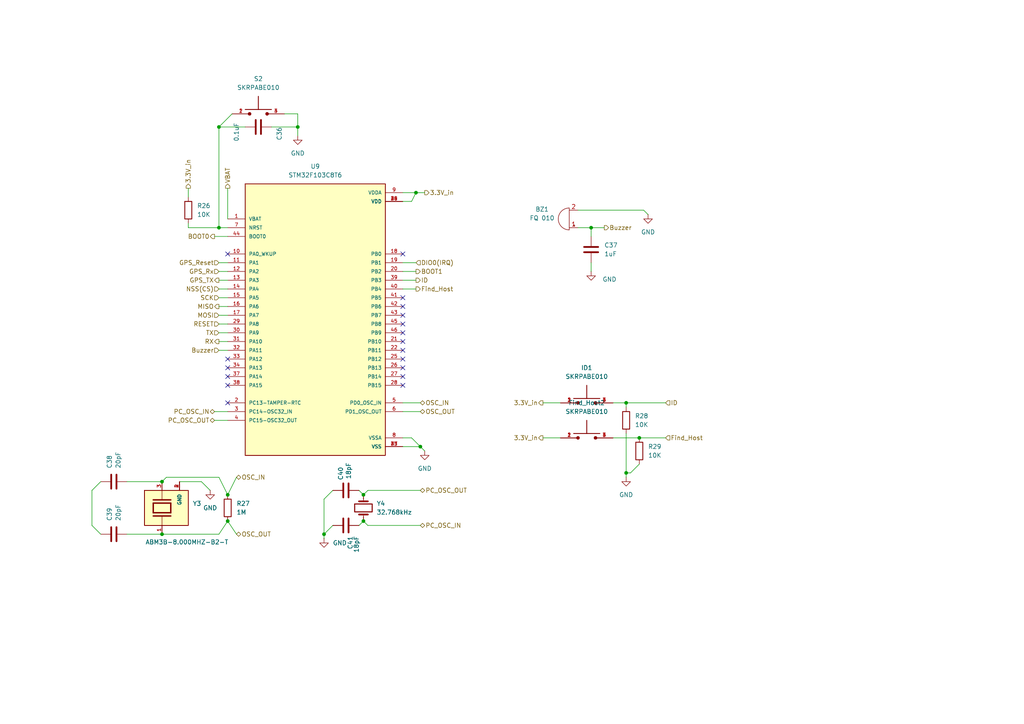
<source format=kicad_sch>
(kicad_sch (version 20250114) (generator "eeschema") (generator_version "9.0")
  (paper "A4")
  (lib_symbols
    (symbol "ABM3B-8.000MHZ-B2-T:ABM3B-8.000MHZ-B2-T" (pin_names (offset 1.016))
      (property "Reference" "Y" (at -5.0878 6.3559 0))
      (property "Value" "ABM3B-8.000MHZ-B2-T" (at -5.0944 -10.16 0))
      (symbol "ABM3B-8.000MHZ-B2-T_0_0"
        (polyline (pts (xy -5.08 0) (xy -2.54 0)) (stroke (width 0.1524)))
        (rectangle (start -5.08 -7.62) (end 5.08 5.08) (stroke (width 0.254)) (fill (type background)))
        (polyline (pts (xy -2.3368 2.54) (xy -2.3368 -2.54)) (stroke (width 0.4064)))
        (polyline (pts (xy -1.397 2.54) (xy -1.397 -2.54)) (stroke (width 0.4064)))
        (polyline (pts (xy -1.397 2.54) (xy 1.397 2.54)) (stroke (width 0.4064)))
        (polyline (pts (xy 1.397 2.54) (xy 1.397 -2.54)) (stroke (width 0.4064)))
        (polyline (pts (xy 1.397 -2.54) (xy -1.397 -2.54)) (stroke (width 0.4064)))
        (polyline (pts (xy 2.3368 2.54) (xy 2.3368 -2.54)) (stroke (width 0.4064)))
        (polyline (pts (xy 2.54 0) (xy 5.08 0)) (stroke (width 0.1524)))
        (pin passive line (at -7.62 0 0) (length 2.54) (name "~") (number "1"))
        (pin passive line (at 7.62 0 180) (length 2.54) (name "~") (number "3"))
        (pin power_in line (at 7.62 -5.08 180) (length 2.54) (name "GND") (number "2"))
        (pin power_in line (at 7.62 -5.08 180) (length 2.54) (name "GND") (number "4"))
      )
    )
    (symbol "Device:Buzzer" (pin_names (offset 0.0254) (hide yes))
      (property "Reference" "BZ" (at 3.81 1.27 0))
      (property "Value" "Buzzer" (at 3.81 -1.27 0))
      (symbol "Buzzer_0_1"
        (polyline (pts (xy -1.651 1.905) (xy -1.143 1.905)))
        (polyline (pts (xy -1.397 2.159) (xy -1.397 1.651)))
        (arc (start 0 3.175) (mid 3.1612 0) (end 0 -3.175))
        (polyline (pts (xy 0 3.175) (xy 0 -3.175)))
      )
      (symbol "Buzzer_1_1"
        (pin passive line (at -2.54 2.54 0) (length 2.54) (name "+") (number "1"))
        (pin passive line (at -2.54 -2.54 0) (length 2.54) (name "-") (number "2"))
      )
    )
    (symbol "Device:C" (pin_numbers (hide yes)) (pin_names (offset 0.254))
      (property "Reference" "C" (at 0.635 2.54 0))
      (property "Value" "C" (at 0.635 -2.54 0))
      (symbol "C_0_1"
        (polyline (pts (xy -2.032 0.762) (xy 2.032 0.762)) (stroke (width 0.508)))
        (polyline (pts (xy -2.032 -0.762) (xy 2.032 -0.762)) (stroke (width 0.508)))
      )
      (symbol "C_1_1"
        (pin passive line (at 0 3.81 270) (length 2.794) (name "~") (number "1"))
        (pin passive line (at 0 -3.81 90) (length 2.794) (name "~") (number "2"))
      )
    )
    (symbol "Device:Crystal" (pin_numbers (hide yes)) (pin_names (offset 1.016) (hide yes))
      (property "Reference" "Y" (at 0 3.81 0))
      (property "Value" "Crystal" (at 0 -3.81 0))
      (symbol "Crystal_0_1"
        (polyline (pts (xy -2.54 0) (xy -1.905 0)))
        (polyline (pts (xy -1.905 -1.27) (xy -1.905 1.27)) (stroke (width 0.508)))
        (rectangle (start -1.143 2.54) (end 1.143 -2.54) (stroke (width 0.3048)))
        (polyline (pts (xy 1.905 -1.27) (xy 1.905 1.27)) (stroke (width 0.508)))
        (polyline (pts (xy 2.54 0) (xy 1.905 0)))
      )
      (symbol "Crystal_1_1"
        (pin passive line (at -3.81 0 0) (length 1.27) (name "1") (number "1"))
        (pin passive line (at 3.81 0 180) (length 1.27) (name "2") (number "2"))
      )
    )
    (symbol "Device:R" (pin_numbers (hide yes)) (pin_names (offset 0))
      (property "Reference" "R" (at 2.032 0 90))
      (property "Value" "R" (at 0 0 90))
      (symbol "R_0_1"
        (rectangle (start -1.016 -2.54) (end 1.016 2.54) (stroke (width 0.254)))
      )
      (symbol "R_1_1"
        (pin passive line (at 0 3.81 270) (length 1.27) (name "~") (number "1"))
        (pin passive line (at 0 -3.81 90) (length 1.27) (name "~") (number "2"))
      )
    )
    (symbol "SKRPABE010:SKRPABE010" (pin_names (offset 1.016))
      (property "Reference" "S" (at -5.08 6.35 0))
      (property "Value" "SKRPABE010" (at -5.08 -5.08 0))
      (symbol "SKRPABE010_0_0"
        (polyline (pts (xy -3.81 1.27) (xy 0 1.27)) (stroke (width 0.254)))
        (circle (center -2.54 0) (radius 0.254) (stroke (width 0.508)))
        (polyline (pts (xy 0 1.27) (xy 0 5.08)) (stroke (width 0.254)))
        (polyline (pts (xy 0 1.27) (xy 3.81 1.27)) (stroke (width 0.254)))
        (circle (center 2.54 0) (radius 0.254) (stroke (width 0.508)))
        (pin passive line (at -7.62 0 0) (length 5.08) (name "~") (number "1"))
        (pin passive line (at -7.62 0 0) (length 5.08) (name "~") (number "2"))
        (pin passive line (at 7.62 0 180) (length 5.08) (name "~") (number "3"))
        (pin passive line (at 7.62 0 180) (length 5.08) (name "~") (number "4"))
      )
    )
    (symbol "STM32F103C8T6:STM32F103C8T6" (pin_names (offset 1.016))
      (property "Reference" "U" (at -20.32 41.275 0))
      (property "Value" "STM32F103C8T6" (at -20.32 -40.64 0))
      (symbol "STM32F103C8T6_0_0"
        (rectangle (start -20.32 -38.1) (end 20.32 40.64) (stroke (width 0.254)) (fill (type background)))
        (pin bidirectional line (at -25.4 30.48 0) (length 5.08) (name "VBAT") (number "1"))
        (pin input line (at -25.4 27.94 0) (length 5.08) (name "NRST") (number "7"))
        (pin input line (at -25.4 25.4 0) (length 5.08) (name "BOOT0") (number "44"))
        (pin bidirectional line (at -25.4 20.32 0) (length 5.08) (name "PA0_WKUP") (number "10"))
        (pin bidirectional line (at -25.4 17.78 0) (length 5.08) (name "PA1") (number "11"))
        (pin bidirectional line (at -25.4 15.24 0) (length 5.08) (name "PA2") (number "12"))
        (pin bidirectional line (at -25.4 12.7 0) (length 5.08) (name "PA3") (number "13"))
        (pin bidirectional line (at -25.4 10.16 0) (length 5.08) (name "PA4") (number "14"))
        (pin bidirectional line (at -25.4 7.62 0) (length 5.08) (name "PA5") (number "15"))
        (pin bidirectional line (at -25.4 5.08 0) (length 5.08) (name "PA6") (number "16"))
        (pin bidirectional line (at -25.4 2.54 0) (length 5.08) (name "PA7") (number "17"))
        (pin bidirectional line (at -25.4 0 0) (length 5.08) (name "PA8") (number "29"))
        (pin bidirectional line (at -25.4 -2.54 0) (length 5.08) (name "PA9") (number "30"))
        (pin bidirectional line (at -25.4 -5.08 0) (length 5.08) (name "PA10") (number "31"))
        (pin bidirectional line (at -25.4 -7.62 0) (length 5.08) (name "PA11") (number "32"))
        (pin bidirectional line (at -25.4 -10.16 0) (length 5.08) (name "PA12") (number "33"))
        (pin bidirectional line (at -25.4 -12.7 0) (length 5.08) (name "PA13") (number "34"))
        (pin bidirectional line (at -25.4 -15.24 0) (length 5.08) (name "PA14") (number "37"))
        (pin bidirectional line (at -25.4 -17.78 0) (length 5.08) (name "PA15") (number "38"))
        (pin bidirectional line (at -25.4 -22.86 0) (length 5.08) (name "PC13-TAMPER-RTC") (number "2"))
        (pin bidirectional line (at -25.4 -25.4 0) (length 5.08) (name "PC14-OSC32_IN") (number "3"))
        (pin bidirectional line (at -25.4 -27.94 0) (length 5.08) (name "PC15-OSC32_OUT") (number "4"))
        (pin power_in line (at 25.4 38.1 180) (length 5.08) (name "VDDA") (number "9"))
        (pin power_in line (at 25.4 35.56 180) (length 5.08) (name "VDD") (number "24"))
        (pin power_in line (at 25.4 35.56 180) (length 5.08) (name "VDD") (number "36"))
        (pin power_in line (at 25.4 35.56 180) (length 5.08) (name "VDD") (number "48"))
        (pin bidirectional line (at 25.4 20.32 180) (length 5.08) (name "PB0") (number "18"))
        (pin bidirectional line (at 25.4 17.78 180) (length 5.08) (name "PB1") (number "19"))
        (pin bidirectional line (at 25.4 15.24 180) (length 5.08) (name "PB2") (number "20"))
        (pin bidirectional line (at 25.4 12.7 180) (length 5.08) (name "PB3") (number "39"))
        (pin bidirectional line (at 25.4 10.16 180) (length 5.08) (name "PB4") (number "40"))
        (pin bidirectional line (at 25.4 7.62 180) (length 5.08) (name "PB5") (number "41"))
        (pin bidirectional line (at 25.4 5.08 180) (length 5.08) (name "PB6") (number "42"))
        (pin bidirectional line (at 25.4 2.54 180) (length 5.08) (name "PB7") (number "43"))
        (pin bidirectional line (at 25.4 0 180) (length 5.08) (name "PB8") (number "45"))
        (pin bidirectional line (at 25.4 -2.54 180) (length 5.08) (name "PB9") (number "46"))
        (pin bidirectional line (at 25.4 -5.08 180) (length 5.08) (name "PB10") (number "21"))
        (pin bidirectional line (at 25.4 -7.62 180) (length 5.08) (name "PB11") (number "22"))
        (pin bidirectional line (at 25.4 -10.16 180) (length 5.08) (name "PB12") (number "25"))
        (pin bidirectional line (at 25.4 -12.7 180) (length 5.08) (name "PB13") (number "26"))
        (pin bidirectional line (at 25.4 -15.24 180) (length 5.08) (name "PB14") (number "27"))
        (pin bidirectional line (at 25.4 -17.78 180) (length 5.08) (name "PB15") (number "28"))
        (pin bidirectional line (at 25.4 -22.86 180) (length 5.08) (name "PD0_OSC_IN") (number "5"))
        (pin bidirectional line (at 25.4 -25.4 180) (length 5.08) (name "PD1_OSC_OUT") (number "6"))
        (pin power_in line (at 25.4 -33.02 180) (length 5.08) (name "VSSA") (number "8"))
        (pin power_in line (at 25.4 -35.56 180) (length 5.08) (name "VSS") (number "23"))
        (pin power_in line (at 25.4 -35.56 180) (length 5.08) (name "VSS") (number "35"))
        (pin power_in line (at 25.4 -35.56 180) (length 5.08) (name "VSS") (number "47"))
      )
    )
    (symbol "power:GND" (power) (pin_numbers (hide yes)) (pin_names (offset 0) (hide yes))
      (property "Value" "GND" (at 0 -3.81 0))
      (symbol "GND_0_1"
        (polyline (pts (xy 0 0) (xy 0 -1.27) (xy 1.27 -1.27) (xy 0 -2.54) (xy -1.27 -1.27) (xy 0 -1.27)))
      )
      (symbol "GND_1_1"
        (pin power_in line (at 0 0 270) (length 0) (name "~") (number "1"))
      )
    )
  )
  (junction (at 46.99 154.94))
  (junction (at 105.41 143.51))
  (junction (at 86.36 36.83))
  (junction (at 171.45 66.04))
  (junction (at 181.61 137.16))
  (junction (at 66.04 143.51))
  (junction (at 121.92 129.54))
  (junction (at 63.5 66.04))
  (junction (at 66.04 151.13))
  (junction (at 93.98 154.94))
  (junction (at 185.42 127))
  (junction (at 105.41 151.13))
  (junction (at 120.65 55.88))
  (junction (at 63.5 36.83))
  (junction (at 46.99 139.7))
  (junction (at 181.61 116.84))
  (no_connect (at 116.84 96.52))
  (no_connect (at 116.84 101.6))
  (no_connect (at 116.84 106.68))
  (no_connect (at 66.04 104.14))
  (no_connect (at 116.84 88.9))
  (no_connect (at 116.84 91.44))
  (no_connect (at 116.84 109.22))
  (no_connect (at 116.84 99.06))
  (no_connect (at 66.04 116.84))
  (no_connect (at 66.04 109.22))
  (no_connect (at 116.84 111.76))
  (no_connect (at 116.84 93.98))
  (no_connect (at 66.04 106.68))
  (no_connect (at 66.04 73.66))
  (no_connect (at 116.84 104.14))
  (no_connect (at 116.84 86.36))
  (no_connect (at 116.84 73.66))
  (no_connect (at 66.04 111.76))
  (wire (pts (xy 63.5 36.83) (xy 71.12 36.83)))
  (wire (pts (xy 105.41 143.51) (xy 106.68 142.24)))
  (wire (pts (xy 181.61 137.16) (xy 181.61 138.43)))
  (wire (pts (xy 186.69 60.96) (xy 187.96 62.23)))
  (wire (pts (xy 63.5 91.44) (xy 66.04 91.44)))
  (wire (pts (xy 63.5 78.74) (xy 66.04 78.74)))
  (wire (pts (xy 68.58 138.43) (xy 66.04 143.51)))
  (wire (pts (xy 54.61 66.04) (xy 54.61 64.77)))
  (wire (pts (xy 120.65 55.88) (xy 123.19 55.88)))
  (wire (pts (xy 58.42 139.7) (xy 60.96 142.24)))
  (wire (pts (xy 26.67 142.24) (xy 26.67 152.4)))
  (wire (pts (xy 86.36 33.02) (xy 82.55 33.02)))
  (wire (pts (xy 63.5 93.98) (xy 66.04 93.98)))
  (wire (pts (xy 63.5 86.36) (xy 66.04 86.36)))
  (wire (pts (xy 48.26 138.43) (xy 46.99 139.7)))
  (wire (pts (xy 93.98 154.94) (xy 96.52 152.4)))
  (wire (pts (xy 63.5 83.82) (xy 66.04 83.82)))
  (wire (pts (xy 86.36 33.02) (xy 86.36 36.83)))
  (wire (pts (xy 119.38 58.42) (xy 120.65 55.88)))
  (wire (pts (xy 171.45 66.04) (xy 167.64 66.04)))
  (wire (pts (xy 62.23 68.58) (xy 66.04 68.58)))
  (wire (pts (xy 116.84 81.28) (xy 120.65 81.28)))
  (wire (pts (xy 62.23 119.38) (xy 66.04 119.38)))
  (wire (pts (xy 36.83 154.94) (xy 46.99 154.94)))
  (wire (pts (xy 116.84 76.2) (xy 120.65 76.2)))
  (wire (pts (xy 104.14 152.4) (xy 105.41 151.13)))
  (wire (pts (xy 171.45 76.2) (xy 171.45 78.74)))
  (wire (pts (xy 48.26 138.43) (xy 63.5 138.43)))
  (wire (pts (xy 52.07 139.7) (xy 58.42 139.7)))
  (wire (pts (xy 29.21 154.94) (xy 26.67 152.4)))
  (wire (pts (xy 177.8 116.84) (xy 181.61 116.84)))
  (wire (pts (xy 119.38 58.42) (xy 116.84 58.42)))
  (wire (pts (xy 93.98 156.21) (xy 93.98 154.94)))
  (wire (pts (xy 116.84 127) (xy 119.38 127)))
  (wire (pts (xy 177.8 127) (xy 185.42 127)))
  (wire (pts (xy 54.61 54.61) (xy 54.61 57.15)))
  (wire (pts (xy 62.23 121.92) (xy 66.04 121.92)))
  (wire (pts (xy 181.61 116.84) (xy 193.04 116.84)))
  (wire (pts (xy 36.83 139.7) (xy 46.99 139.7)))
  (wire (pts (xy 63.5 138.43) (xy 66.04 143.51)))
  (wire (pts (xy 106.68 142.24) (xy 121.92 142.24)))
  (wire (pts (xy 171.45 66.04) (xy 175.26 66.04)))
  (wire (pts (xy 167.64 60.96) (xy 186.69 60.96)))
  (wire (pts (xy 63.5 36.83) (xy 67.31 33.02)))
  (wire (pts (xy 63.5 88.9) (xy 66.04 88.9)))
  (wire (pts (xy 181.61 118.11) (xy 181.61 116.84)))
  (wire (pts (xy 63.5 96.52) (xy 66.04 96.52)))
  (wire (pts (xy 116.84 129.54) (xy 121.92 129.54)))
  (wire (pts (xy 93.98 144.78) (xy 96.52 142.24)))
  (wire (pts (xy 181.61 137.16) (xy 182.88 137.16)))
  (wire (pts (xy 182.88 137.16) (xy 185.42 134.62)))
  (wire (pts (xy 185.42 127) (xy 193.04 127)))
  (wire (pts (xy 68.58 154.94) (xy 66.04 151.13)))
  (wire (pts (xy 63.5 66.04) (xy 66.04 66.04)))
  (wire (pts (xy 104.14 142.24) (xy 105.41 143.51)))
  (wire (pts (xy 66.04 54.61) (xy 66.04 63.5)))
  (wire (pts (xy 63.5 76.2) (xy 66.04 76.2)))
  (wire (pts (xy 63.5 99.06) (xy 66.04 99.06)))
  (wire (pts (xy 63.5 36.83) (xy 63.5 66.04)))
  (wire (pts (xy 116.84 78.74) (xy 120.65 78.74)))
  (wire (pts (xy 86.36 36.83) (xy 86.36 39.37)))
  (wire (pts (xy 116.84 119.38) (xy 121.92 119.38)))
  (wire (pts (xy 171.45 68.58) (xy 171.45 66.04)))
  (wire (pts (xy 93.98 154.94) (xy 93.98 144.78)))
  (wire (pts (xy 121.92 129.54) (xy 123.19 130.81)))
  (wire (pts (xy 116.84 83.82) (xy 120.65 83.82)))
  (wire (pts (xy 116.84 55.88) (xy 120.65 55.88)))
  (wire (pts (xy 181.61 125.73) (xy 181.61 137.16)))
  (wire (pts (xy 26.67 142.24) (xy 29.21 139.7)))
  (wire (pts (xy 63.5 101.6) (xy 66.04 101.6)))
  (wire (pts (xy 78.74 36.83) (xy 86.36 36.83)))
  (wire (pts (xy 54.61 66.04) (xy 63.5 66.04)))
  (wire (pts (xy 63.5 81.28) (xy 66.04 81.28)))
  (wire (pts (xy 116.84 116.84) (xy 121.92 116.84)))
  (wire (pts (xy 46.99 154.94) (xy 63.5 154.94)))
  (wire (pts (xy 157.48 116.84) (xy 162.56 116.84)))
  (wire (pts (xy 63.5 154.94) (xy 66.04 151.13)))
  (wire (pts (xy 157.48 127) (xy 162.56 127)))
  (wire (pts (xy 106.68 152.4) (xy 121.92 152.4)))
  (wire (pts (xy 105.41 151.13) (xy 106.68 152.4)))
  (wire (pts (xy 119.38 127) (xy 121.92 129.54)))
  (hierarchical_label "3.3V_in" (shape output) (at 54.61 54.61 90))
  (hierarchical_label "GPS_TX" (shape output) (at 63.5 81.28 180))
  (hierarchical_label "ID" (shape output) (at 120.65 81.28 0))
  (hierarchical_label "DIO0(IRQ)" (shape input) (at 120.65 76.2 0))
  (hierarchical_label "OSC_IN" (shape bidirectional) (at 121.92 116.84 0))
  (hierarchical_label "OSC_OUT" (shape bidirectional) (at 68.58 154.94 0))
  (hierarchical_label "Buzzer" (shape input) (at 63.5 101.6 180))
  (hierarchical_label "PC_OSC_OUT" (shape bidirectional) (at 62.23 121.92 180))
  (hierarchical_label "RESET" (shape input) (at 63.5 93.98 180))
  (hierarchical_label "VBAT" (shape output) (at 66.04 54.61 90))
  (hierarchical_label "GPS_Reset" (shape input) (at 63.5 76.2 180))
  (hierarchical_label "BOOT1" (shape output) (at 120.65 78.74 0))
  (hierarchical_label "RX" (shape output) (at 63.5 99.06 180))
  (hierarchical_label "OSC_OUT" (shape bidirectional) (at 121.92 119.38 0))
  (hierarchical_label "MISO" (shape output) (at 63.5 88.9 180))
  (hierarchical_label "PC_OSC_IN" (shape bidirectional) (at 121.92 152.4 0))
  (hierarchical_label "NSS(CS)" (shape input) (at 63.5 83.82 180))
  (hierarchical_label "Buzzer" (shape output) (at 175.26 66.04 0))
  (hierarchical_label "PC_OSC_IN" (shape bidirectional) (at 62.23 119.38 180))
  (hierarchical_label "OSC_IN" (shape bidirectional) (at 68.58 138.43 0))
  (hierarchical_label "MOSI" (shape input) (at 63.5 91.44 180))
  (hierarchical_label "3.3V_in" (shape output) (at 157.48 116.84 180))
  (hierarchical_label "TX" (shape input) (at 63.5 96.52 180))
  (hierarchical_label "3.3V_in" (shape output) (at 123.19 55.88 0))
  (hierarchical_label "Find_Host" (shape input) (at 193.04 127 0))
  (hierarchical_label "Find_Host" (shape output) (at 120.65 83.82 0))
  (hierarchical_label "PC_OSC_OUT" (shape bidirectional) (at 121.92 142.24 0))
  (hierarchical_label "ID" (shape input) (at 193.04 116.84 0))
  (hierarchical_label "SCK" (shape input) (at 63.5 86.36 180))
  (hierarchical_label "GPS_Rx" (shape input) (at 63.5 78.74 180))
  (hierarchical_label "3.3V_in" (shape output) (at 157.48 127 180))
  (hierarchical_label "BOOT0" (shape output) (at 62.23 68.58 180))
  (symbol (lib_id "Device:Crystal") (at 105.41 147.32 90) (unit 1)
    (property "Reference" "Y4" (at 109.22 146.0499 90) (effects (justify right)))
    (property "Value" "32.768kHz" (at 109.22 148.5899 90) (effects (justify right)))
    (property "Footprint" "Crystal:Crystal_SMD_3215-2Pin_3.2x1.5mm" (effects (hide yes)))
    (property "Description" "Two pin crystal" (effects (hide yes)))
  )
  (symbol (lib_id "Device:C") (at 171.45 72.39 0) (unit 1)
    (property "Reference" "C37" (at 175.26 71.1199 0) (effects (justify left)))
    (property "Value" "1uF" (at 175.26 73.6599 0) (effects (justify left)))
    (property "Footprint" "Capacitor_SMD:C_0603_1608Metric" (effects (hide yes)))
    (property "Description" "Unpolarized capacitor" (effects (hide yes)))
  )
  (symbol (lib_id "Device:R") (at 66.04 147.32 0) (unit 1)
    (property "Reference" "R27" (at 68.58 146.0499 0) (effects (justify left)))
    (property "Value" "1M" (at 68.58 148.5899 0) (effects (justify left)))
    (property "Footprint" "Resistor_SMD:R_0603_1608Metric" (effects (hide yes)))
    (property "Description" "Resistor" (effects (hide yes)))
  )
  (symbol (lib_id "power:GND") (at 187.96 62.23 0) (unit 1)
    (property "Reference" "#PWR051" (effects (hide yes)))
    (property "Value" "GND" (at 187.96 67.31 0))
    (property "Description" "Power symbol creates a global label with name \"GND\" , ground" (effects (hide yes)))
  )
  (symbol (lib_id "Device:C") (at 33.02 154.94 90) (unit 1)
    (property "Reference" "C39" (at 31.7499 151.13 0) (effects (justify left)))
    (property "Value" "20pF" (at 34.2899 151.13 0) (effects (justify left)))
    (property "Footprint" "Capacitor_SMD:C_0402_1005Metric" (effects (hide yes)))
    (property "Description" "Unpolarized capacitor" (effects (hide yes)))
  )
  (symbol (lib_id "power:GND") (at 60.96 142.24 0) (unit 1)
    (property "Reference" "#PWR052" (effects (hide yes)))
    (property "Value" "GND" (at 60.96 147.32 0))
    (property "Description" "Power symbol creates a global label with name \"GND\" , ground" (effects (hide yes)))
  )
  (symbol (lib_id "Device:R") (at 181.61 121.92 0) (unit 1)
    (property "Reference" "R28" (at 184.15 120.6499 0) (effects (justify left)))
    (property "Value" "10K" (at 184.15 123.1899 0) (effects (justify left)))
    (property "Footprint" "Resistor_SMD:R_0603_1608Metric" (effects (hide yes)))
    (property "Description" "Resistor" (effects (hide yes)))
  )
  (symbol (lib_id "power:GND") (at 123.19 130.81 0) (unit 1)
    (property "Reference" "#PWR040" (effects (hide yes)))
    (property "Value" "GND" (at 123.19 135.89 0))
    (property "Description" "Power symbol creates a global label with name \"GND\" , ground" (effects (hide yes)))
  )
  (symbol (lib_id "Device:C") (at 100.33 142.24 270) (unit 1)
    (property "Reference" "C40" (at 98.806 135.382 0) (effects (justify left)))
    (property "Value" "18pF" (at 101.092 134.112 0) (effects (justify left)))
    (property "Footprint" "Capacitor_SMD:C_0603_1608Metric" (effects (hide yes)))
    (property "Description" "Unpolarized capacitor" (effects (hide yes)))
  )
  (symbol (lib_id "SKRPABE010:SKRPABE010") (at 74.93 33.02 0) (unit 1)
    (property "Reference" "S2" (at 74.93 22.86 0))
    (property "Value" "SKRPABE010" (at 74.93 25.4 0))
    (property "Footprint" "Diode_SMD:SW_SKRPABE010" (effects (hide yes)))
    (property "MF" "ALPS" (effects (hide yes)))
    (property "MAXIMUM_PACKAGE_HEIGHT" "2.5 mm" (effects (hide yes)))
    (property "Package" "None" (effects (hide yes)))
    (property "Price" "None" (effects (hide yes)))
    (property "Check_prices" "https://www.snapeda.com/parts/SKRPABE010/ALPS/view-part/?ref=eda" (effects (hide yes)))
    (property "STANDARD" "Manufacturer Recommendations" (effects (hide yes)))
    (property "SnapEDA_Link" "https://www.snapeda.com/parts/SKRPABE010/ALPS/view-part/?ref=snap" (effects (hide yes)))
    (property "MP" "SKRPABE010" (effects (hide yes)))
    (property "Description_1" "Switch Tactile N.O. SPST Button J-Bend 0.05A 16VDC 1.57N SMD Automotive T/R" (effects (hide yes)))
    (property "Availability" "In Stock" (effects (hide yes)))
    (property "MANUFACTURER" "Alps" (effects (hide yes)))
  )
  (symbol (lib_id "SKRPABE010:SKRPABE010") (at 170.18 116.84 0) (unit 1)
    (property "Reference" "ID1" (at 170.18 106.68 0))
    (property "Value" "SKRPABE010" (at 170.18 109.22 0))
    (property "Footprint" "Diode_SMD:SW_SKRPABE010" (effects (hide yes)))
    (property "MF" "ALPS" (effects (hide yes)))
    (property "MAXIMUM_PACKAGE_HEIGHT" "2.5 mm" (effects (hide yes)))
    (property "Package" "None" (effects (hide yes)))
    (property "Price" "None" (effects (hide yes)))
    (property "Check_prices" "https://www.snapeda.com/parts/SKRPABE010/ALPS/view-part/?ref=eda" (effects (hide yes)))
    (property "STANDARD" "Manufacturer Recommendations" (effects (hide yes)))
    (property "SnapEDA_Link" "https://www.snapeda.com/parts/SKRPABE010/ALPS/view-part/?ref=snap" (effects (hide yes)))
    (property "MP" "SKRPABE010" (effects (hide yes)))
    (property "Description_1" "Switch Tactile N.O. SPST Button J-Bend 0.05A 16VDC 1.57N SMD Automotive T/R" (effects (hide yes)))
    (property "Availability" "In Stock" (effects (hide yes)))
    (property "MANUFACTURER" "Alps" (effects (hide yes)))
  )
  (symbol (lib_id "ABM3B-8.000MHZ-B2-T:ABM3B-8.000MHZ-B2-T") (at 46.99 147.32 90) (unit 1)
    (property "Reference" "Y3" (at 55.88 146.0499 90) (effects (justify right)))
    (property "Value" "ABM3B-8.000MHZ-B2-T" (at 42.164 157.226 90) (effects (justify right)))
    (property "Footprint" "ABM3B-8.000MHZ-B2-T:XTAL_ABM3B-8.000MHZ-B2-T" (effects (hide yes)))
    (property "MF" "Abracon" (effects (hide yes)))
    (property "MAXIMUM_PACKAGE_HEIGHT" "1.1 mm" (effects (hide yes)))
    (property "Package" "SMD-4 Abracon LLC" (effects (hide yes)))
    (property "Price" "None" (effects (hide yes)))
    (property "Check_prices" "https://www.snapeda.com/parts/ABM3B-8.000MHZ-B2-T/Abracon/view-part/?ref=eda" (effects (hide yes)))
    (property "STANDARD" "Manufacturer Recommendations" (effects (hide yes)))
    (property "PARTREV" "08.25.15" (effects (hide yes)))
    (property "SnapEDA_Link" "https://www.snapeda.com/parts/ABM3B-8.000MHZ-B2-T/Abracon/view-part/?ref=snap" (effects (hide yes)))
    (property "MP" "ABM3B-8.000MHZ-B2-T" (effects (hide yes)))
    (property "Description_1" "8 MHz ±20ppm Crystal 18pF 200 Ohms 4-SMD, No Lead" (effects (hide yes)))
    (property "Availability" "In Stock" (effects (hide yes)))
    (property "MANUFACTURER" "Abracon" (effects (hide yes)))
  )
  (symbol (lib_id "Device:R") (at 185.42 130.81 0) (unit 1)
    (property "Reference" "R29" (at 187.96 129.5399 0) (effects (justify left)))
    (property "Value" "10K" (at 187.96 132.0799 0) (effects (justify left)))
    (property "Footprint" "Resistor_SMD:R_0603_1608Metric" (effects (hide yes)))
    (property "Description" "Resistor" (effects (hide yes)))
  )
  (symbol (lib_id "power:GND") (at 93.98 156.21 0) (unit 1)
    (property "Reference" "#PWR053" (effects (hide yes)))
    (property "Value" "GND" (at 96.52 157.4799 0) (effects (justify left)))
    (property "Description" "Power symbol creates a global label with name \"GND\" , ground" (effects (hide yes)))
  )
  (symbol (lib_id "Device:C") (at 33.02 139.7 90) (unit 1)
    (property "Reference" "C38" (at 31.7499 135.89 0) (effects (justify left)))
    (property "Value" "20pF" (at 34.2899 135.89 0) (effects (justify left)))
    (property "Footprint" "Capacitor_SMD:C_0402_1005Metric" (effects (hide yes)))
    (property "Description" "Unpolarized capacitor" (effects (hide yes)))
  )
  (symbol (lib_id "SKRPABE010:SKRPABE010") (at 170.18 127 0) (unit 1)
    (property "Reference" "Find_Host2" (at 170.18 116.84 0))
    (property "Value" "SKRPABE010" (at 170.18 119.38 0))
    (property "Footprint" "Diode_SMD:SW_SKRPABE010" (effects (hide yes)))
    (property "MF" "ALPS" (effects (hide yes)))
    (property "MAXIMUM_PACKAGE_HEIGHT" "2.5 mm" (effects (hide yes)))
    (property "Package" "None" (effects (hide yes)))
    (property "Price" "None" (effects (hide yes)))
    (property "Check_prices" "https://www.snapeda.com/parts/SKRPABE010/ALPS/view-part/?ref=eda" (effects (hide yes)))
    (property "STANDARD" "Manufacturer Recommendations" (effects (hide yes)))
    (property "SnapEDA_Link" "https://www.snapeda.com/parts/SKRPABE010/ALPS/view-part/?ref=snap" (effects (hide yes)))
    (property "MP" "SKRPABE010" (effects (hide yes)))
    (property "Description_1" "Switch Tactile N.O. SPST Button J-Bend 0.05A 16VDC 1.57N SMD Automotive T/R" (effects (hide yes)))
    (property "Availability" "In Stock" (effects (hide yes)))
    (property "MANUFACTURER" "Alps" (effects (hide yes)))
  )
  (symbol (lib_id "Device:C") (at 74.93 36.83 270) (unit 1)
    (property "Reference" "C36" (at 81.026 36.83 0) (effects (justify left)))
    (property "Value" "0.1uF" (at 68.58 35.56 0) (effects (justify left)))
    (property "Footprint" "Capacitor_SMD:C_0603_1608Metric" (effects (hide yes)))
    (property "Description" "Unpolarized capacitor" (effects (hide yes)))
  )
  (symbol (lib_id "Device:Buzzer") (at 165.1 63.5 180) (unit 1)
    (property "Reference" "BZ1" (at 157.226 60.706 0))
    (property "Value" "FQ 010" (at 157.226 63.246 0))
    (property "Footprint" "Buzzer_Beeper:Buzzer_12x9.5RM7.6" (effects (hide yes)))
    (property "Description" "Buzzer, polarized" (effects (hide yes)))
  )
  (symbol (lib_id "power:GND") (at 171.45 78.74 0) (unit 1)
    (property "Reference" "#PWR050" (effects (hide yes)))
    (property "Value" "GND" (at 176.784 81.026 0))
    (property "Description" "Power symbol creates a global label with name \"GND\" , ground" (effects (hide yes)))
  )
  (symbol (lib_id "Device:R") (at 54.61 60.96 0) (unit 1)
    (property "Reference" "R26" (at 57.15 59.6899 0) (effects (justify left)))
    (property "Value" "10K" (at 57.15 62.2299 0) (effects (justify left)))
    (property "Footprint" "Resistor_SMD:R_0603_1608Metric" (effects (hide yes)))
    (property "Description" "Resistor" (effects (hide yes)))
  )
  (symbol (lib_id "power:GND") (at 181.61 138.43 0) (unit 1)
    (property "Reference" "#PWR056" (effects (hide yes)))
    (property "Value" "GND" (at 181.61 143.51 0))
    (property "Description" "Power symbol creates a global label with name \"GND\" , ground" (effects (hide yes)))
  )
  (symbol (lib_id "Device:C") (at 100.33 152.4 270) (unit 1)
    (property "Reference" "C41" (at 101.6 155.448 0) (effects (justify left)))
    (property "Value" "18pF" (at 103.378 155.448 0) (effects (justify left)))
    (property "Footprint" "Capacitor_SMD:C_0603_1608Metric" (effects (hide yes)))
    (property "Description" "Unpolarized capacitor" (effects (hide yes)))
  )
  (symbol (lib_id "STM32F103C8T6:STM32F103C8T6") (at 91.44 93.98 0) (unit 1)
    (property "Reference" "U9" (at 91.44 48.26 0))
    (property "Value" "STM32F103C8T6" (at 91.44 50.8 0))
    (property "Footprint" "STM32F103C8T6:QFP50P900X900X160-48N" (effects (hide yes)))
    (property "MF" "STMicroelectronics" (effects (hide yes)))
    (property "Description_1" "ARM® Cortex®-M3 STM32F1 Microcontroller IC 32-Bit 72MHz 64KB (64K x 8) FLASH 48-LQFP (7x7)" (effects (hide yes)))
    (property "Package" "LQFP-48 STMicroelectronics" (effects (hide yes)))
    (property "Price" "None" (effects (hide yes)))
    (property "Check_prices" "https://www.snapeda.com/parts/STM32F103C8T6/STMicroelectronics/view-part/?ref=eda" (effects (hide yes)))
    (property "STANDARD" "IPC7351B" (effects (hide yes)))
    (property "PARTREV" "10" (effects (hide yes)))
    (property "SnapEDA_Link" "https://www.snapeda.com/parts/STM32F103C8T6/STMicroelectronics/view-part/?ref=snap" (effects (hide yes)))
    (property "MP" "STM32F103C8T6" (effects (hide yes)))
    (property "Availability" "In Stock" (effects (hide yes)))
    (property "MANUFACTURER" "ST Microelectronics" (effects (hide yes)))
  )
  (symbol (lib_id "power:GND") (at 86.36 39.37 0) (unit 1)
    (property "Reference" "#PWR048" (effects (hide yes)))
    (property "Value" "GND" (at 86.36 44.45 0))
    (property "Description" "Power symbol creates a global label with name \"GND\" , ground" (effects (hide yes)))
  )
)
</source>
